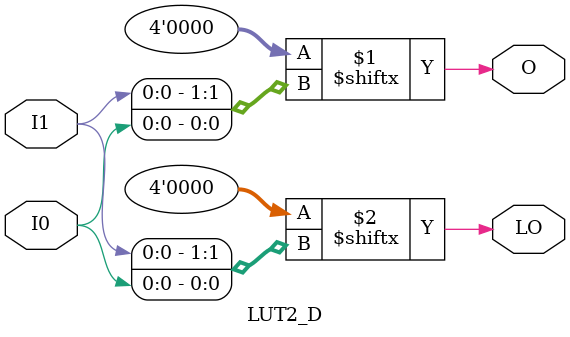
<source format=v>
/*

FUNCTION	: 2-inputs LUT

*/

`celldefine
`timescale  100 ps / 10 ps

module LUT2_D (LO, O, I0, I1);

    parameter INIT = 4'h0;

    input I0, I1;

    output LO, O;

    wire out;

        assign O = INIT[{I1,I0}];
        assign LO = INIT[{I1,I0}];

endmodule

</source>
